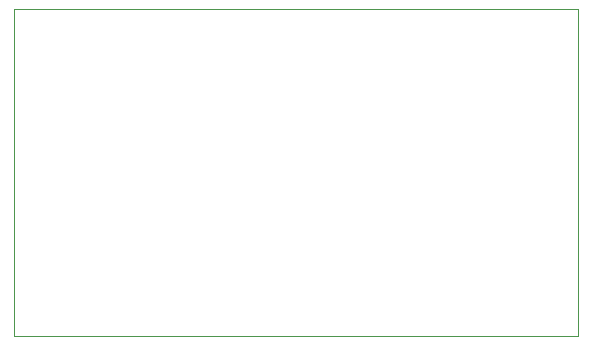
<source format=gbr>
G04 #@! TF.GenerationSoftware,KiCad,Pcbnew,(5.1.5)-3*
G04 #@! TF.CreationDate,2020-04-12T00:35:23-04:00*
G04 #@! TF.ProjectId,ESP_Switch,4553505f-5377-4697-9463-682e6b696361,v1.1*
G04 #@! TF.SameCoordinates,Original*
G04 #@! TF.FileFunction,Profile,NP*
%FSLAX46Y46*%
G04 Gerber Fmt 4.6, Leading zero omitted, Abs format (unit mm)*
G04 Created by KiCad (PCBNEW (5.1.5)-3) date 2020-04-12 00:35:23*
%MOMM*%
%LPD*%
G04 APERTURE LIST*
%ADD10C,0.050000*%
G04 APERTURE END LIST*
D10*
X127000000Y-77724000D02*
X79248000Y-77724000D01*
X127000000Y-105410000D02*
X127000000Y-77724000D01*
X79248000Y-105410000D02*
X127000000Y-105410000D01*
X79248000Y-77724000D02*
X79248000Y-105410000D01*
M02*

</source>
